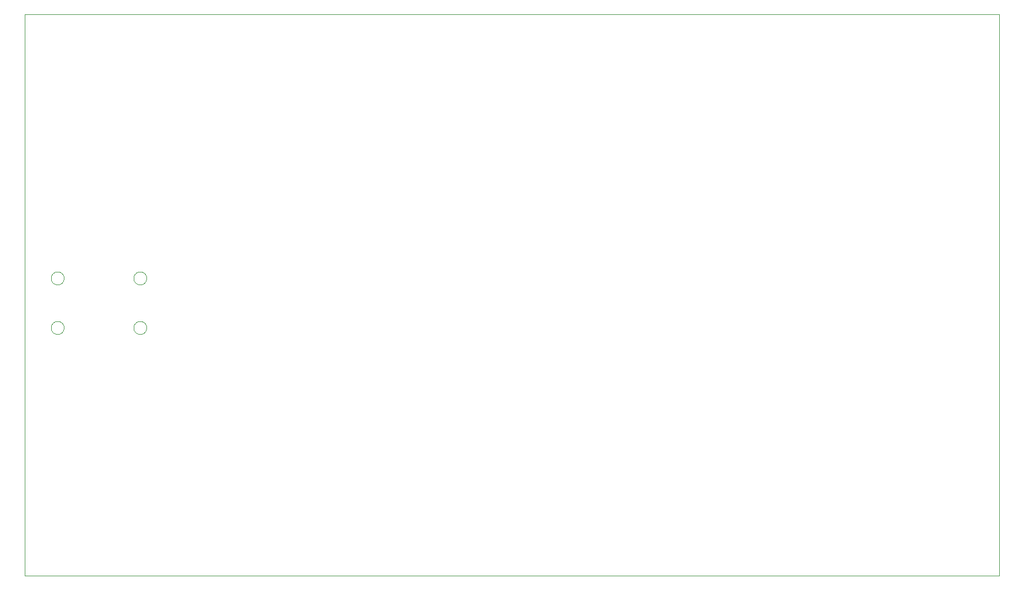
<source format=gbr>
%TF.GenerationSoftware,KiCad,Pcbnew,7.0.7*%
%TF.CreationDate,2023-12-03T23:29:23-03:00*%
%TF.ProjectId,Chocadeira,43686f63-6164-4656-9972-612e6b696361,rev?*%
%TF.SameCoordinates,Original*%
%TF.FileFunction,Profile,NP*%
%FSLAX46Y46*%
G04 Gerber Fmt 4.6, Leading zero omitted, Abs format (unit mm)*
G04 Created by KiCad (PCBNEW 7.0.7) date 2023-12-03 23:29:23*
%MOMM*%
%LPD*%
G01*
G04 APERTURE LIST*
%TA.AperFunction,Profile*%
%ADD10C,0.100000*%
%TD*%
G04 APERTURE END LIST*
D10*
X89900000Y-119380000D02*
G75*
G03*
X89900000Y-119380000I-1000000J0D01*
G01*
X102600000Y-119380000D02*
G75*
G03*
X102600000Y-119380000I-1000000J0D01*
G01*
X102600000Y-111760000D02*
G75*
G03*
X102600000Y-111760000I-1000000J0D01*
G01*
X89900000Y-111760000D02*
G75*
G03*
X89900000Y-111760000I-1000000J0D01*
G01*
X83820000Y-157480000D02*
X233680000Y-157480000D01*
X83820000Y-71120000D02*
X83820000Y-157480000D01*
X233680000Y-71120000D02*
X83820000Y-71120000D01*
X233680000Y-157480000D02*
X233680000Y-71120000D01*
M02*

</source>
